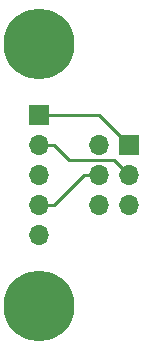
<source format=gtl>
G04 #@! TF.GenerationSoftware,KiCad,Pcbnew,7.0.5-0*
G04 #@! TF.CreationDate,2023-07-15T01:20:54-04:00*
G04 #@! TF.ProjectId,programmer,70726f67-7261-46d6-9d65-722e6b696361,rev?*
G04 #@! TF.SameCoordinates,Original*
G04 #@! TF.FileFunction,Copper,L1,Top*
G04 #@! TF.FilePolarity,Positive*
%FSLAX46Y46*%
G04 Gerber Fmt 4.6, Leading zero omitted, Abs format (unit mm)*
G04 Created by KiCad (PCBNEW 7.0.5-0) date 2023-07-15 01:20:54*
%MOMM*%
%LPD*%
G01*
G04 APERTURE LIST*
G04 #@! TA.AperFunction,ComponentPad*
%ADD10C,0.800000*%
G04 #@! TD*
G04 #@! TA.AperFunction,ComponentPad*
%ADD11C,6.000000*%
G04 #@! TD*
G04 #@! TA.AperFunction,ComponentPad*
%ADD12R,1.700000X1.700000*%
G04 #@! TD*
G04 #@! TA.AperFunction,ComponentPad*
%ADD13O,1.700000X1.700000*%
G04 #@! TD*
G04 #@! TA.AperFunction,Conductor*
%ADD14C,0.250000*%
G04 #@! TD*
G04 APERTURE END LIST*
D10*
X134910000Y-64449010D03*
X135569010Y-62858020D03*
X135569010Y-66040000D03*
X137160000Y-62199010D03*
D11*
X137160000Y-64449010D03*
D10*
X137160000Y-66699010D03*
X138750990Y-62858020D03*
X138750990Y-66040000D03*
X139410000Y-64449010D03*
X134910000Y-42230990D03*
X135569010Y-40640000D03*
X135569010Y-43821980D03*
X137160000Y-39980990D03*
D11*
X137160000Y-42230990D03*
D10*
X137160000Y-44480990D03*
X138750990Y-40640000D03*
X138750990Y-43821980D03*
X139410000Y-42230990D03*
D12*
X137160000Y-48260000D03*
D13*
X137160000Y-50800000D03*
X137160000Y-53340000D03*
X137160000Y-55880000D03*
X137160000Y-58420000D03*
D12*
X144780000Y-50800000D03*
D13*
X142240000Y-50800000D03*
X144780000Y-53340000D03*
X142240000Y-53340000D03*
X144780000Y-55880000D03*
X142240000Y-55880000D03*
D14*
X137160000Y-48260000D02*
X142240000Y-48260000D01*
X142240000Y-48260000D02*
X144780000Y-50800000D01*
X137160000Y-50800000D02*
X138430000Y-50800000D01*
X139700000Y-52070000D02*
X143510000Y-52070000D01*
X143510000Y-52070000D02*
X144780000Y-53340000D01*
X138430000Y-50800000D02*
X139700000Y-52070000D01*
X140970000Y-53340000D02*
X142240000Y-53340000D01*
X137160000Y-55880000D02*
X138430000Y-55880000D01*
X138430000Y-55880000D02*
X140970000Y-53340000D01*
M02*

</source>
